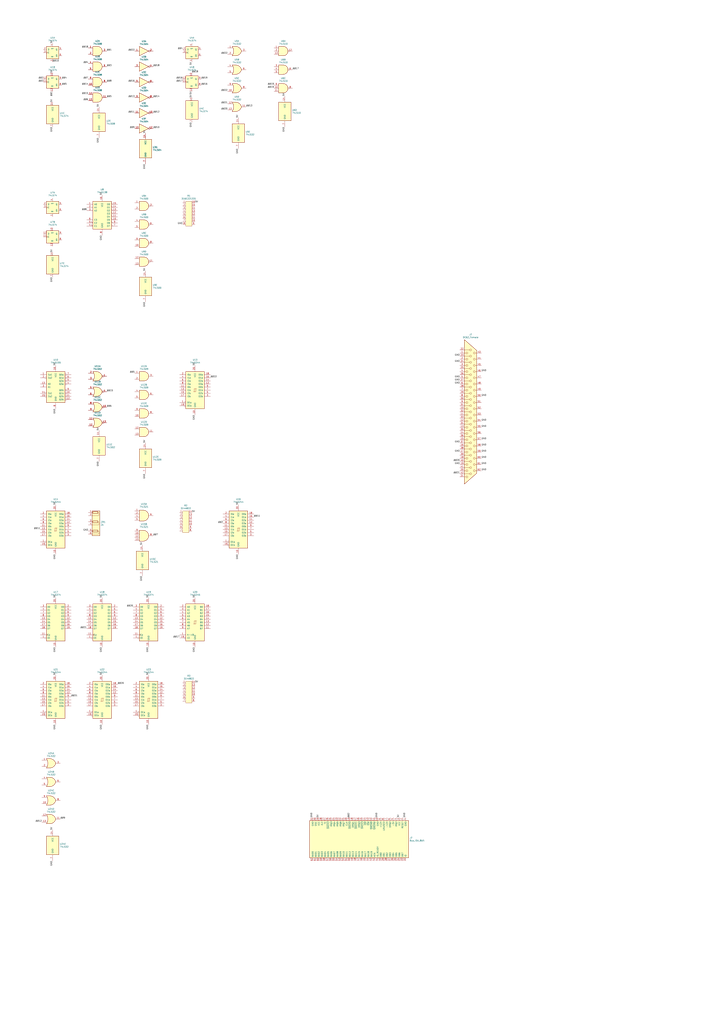
<source format=kicad_sch>
(kicad_sch (version 20230121) (generator eeschema)
  (paper "User" 594.004 840.003)
  (label "GND" (at 394.97 345.44 0))
  (label "##14" (at 125.73 80.01 0))
  (label "##11" (at 33.02 434.34 180))
  (label "##3" (at 35.56 67.31 180))
  (label "##1" (at 43.18 74.93 270))
  (label "5V" (at 83.82 553.72 90))
  (label "5V" (at 327.66 670.56 90))
  (label "5V" (at 160.02 166.37 0))
  (label "##17" (at 240.03 57.15 0))
  (label "5V" (at 43.18 35.56 90))
  (label "GND" (at 377.19 309.88 180))
  (label "##19" (at 165.1 64.77 0))
  (label "##10" (at 43.18 50.8 0))
  (label "##16" (at 149.86 64.77 180))
  (label "##22" (at 172.72 309.88 0))
  (label "GND" (at 377.19 370.84 180))
  (label "GND" (at 45.72 530.86 270))
  (label "##21" (at 71.12 515.62 180))
  (label "5V" (at 121.92 553.72 90))
  (label "5V" (at 157.48 74.93 270))
  (label "GND" (at 119.38 247.65 270))
  (label "##22" (at 110.49 41.91 180))
  (label "##20" (at 96.52 561.34 0))
  (label "##7" (at 72.39 64.77 180))
  (label "5V" (at 116.84 447.04 90))
  (label "GND" (at 119.38 134.62 270))
  (label "GND" (at 377.19 363.22 180))
  (label "GND" (at 121.92 530.86 270))
  (label "5V" (at 157.48 50.8 270))
  (label "GND" (at 160.02 340.36 270))
  (label "GND" (at 160.02 530.86 270))
  (label "5V" (at 160.02 299.72 90))
  (label "GND" (at 83.82 530.86 270))
  (label "##16" (at 165.1 69.85 0))
  (label "GND" (at 45.72 454.66 270))
  (label "GND" (at 149.86 184.15 180))
  (label "GND" (at 377.19 297.18 180))
  (label "5V" (at 261.62 670.56 90))
  (label "GND" (at 43.18 706.12 270))
  (label "GND" (at 394.97 304.8 0))
  (label "GND" (at 377.19 292.1 180))
  (label "GND" (at 72.39 435.61 180))
  (label "GND" (at 377.19 314.96 180))
  (label "GND" (at 45.72 594.36 270))
  (label "GND" (at 394.97 370.84 0))
  (label "GND" (at 394.97 360.68 0))
  (label "GND" (at 83.82 594.36 270))
  (label "GND" (at 195.58 454.66 270))
  (label "##17" (at 147.32 523.24 180))
  (label "5V" (at 81.28 353.06 90))
  (label "5V" (at 43.18 680.72 90))
  (label "5V" (at 43.18 59.69 90))
  (label "GND" (at 43.18 227.33 270))
  (label "##2" (at 287.02 670.56 90))
  (label "##20" (at 377.19 378.46 180))
  (label "5V" (at 160.02 560.07 0))
  (label "GND" (at 309.88 670.56 90))
  (label "##22" (at 186.69 44.45 180))
  (label "5V" (at 195.58 414.02 90))
  (label "GND" (at 394.97 350.52 0))
  (label "GND" (at 377.19 312.42 180))
  (label "##20" (at 109.22 497.84 180))
  (label "##13" (at 201.93 87.63 0))
  (label "GND" (at 81.28 378.46 270))
  (label "5V" (at 45.72 553.72 90))
  (label "##19" (at 224.79 72.39 180))
  (label "GND" (at 377.19 381 180))
  (label "##13" (at 110.49 80.01 180))
  (label "##15" (at 72.39 77.47 180))
  (label "##6" (at 72.39 82.55 180))
  (label "##18" (at 157.48 59.69 0))
  (label "##12" (at 34.29 674.37 180))
  (label "GND" (at 157.48 100.33 270))
  (label "GND" (at 116.84 472.44 270))
  (label "##3" (at 87.63 54.61 0))
  (label "5V" (at 45.72 299.72 90))
  (label "5V" (at 119.38 109.22 90))
  (label "5V" (at 160.02 490.22 90))
  (label "##21" (at 186.69 85.09 180))
  (label "##16" (at 110.49 67.31 180))
  (label "GND" (at 332.74 670.56 90))
  (label "GND" (at 233.68 104.14 270))
  (label "##9" (at 49.53 671.83 0))
  (label "5V" (at 45.72 490.22 90))
  (label "##18" (at 72.39 39.37 180))
  (label "5V" (at 45.72 414.02 90))
  (label "GND" (at 256.54 670.56 90))
  (label "##11" (at 110.49 92.71 180))
  (label "##6" (at 87.63 334.01 0))
  (label "##9" (at 110.49 105.41 180))
  (label "5V" (at 43.18 207.01 90))
  (label "5V" (at 83.82 490.22 90))
  (label "GND" (at 195.58 121.92 270))
  (label "GND" (at 43.18 104.14 270))
  (label "5V" (at 119.38 222.25 90))
  (label "5V" (at 81.28 87.63 90))
  (label "GND" (at 83.82 193.04 270))
  (label "GND" (at 119.38 388.62 270))
  (label "##5" (at 87.63 80.01 0))
  (label "##22" (at 186.69 74.93 180))
  (label "##5" (at 110.49 306.07 180))
  (label "5V" (at 157.48 420.37 0))
  (label "GND" (at 394.97 325.12 0))
  (label "GND" (at 121.92 594.36 270))
  (label "##4" (at 72.39 52.07 180))
  (label "5V" (at 121.92 490.22 90))
  (label "GND" (at 394.97 381 0))
  (label "GND" (at 394.97 386.08 0))
  (label "##4" (at 149.86 40.64 180))
  (label "##21" (at 58.42 571.5 0))
  (label "##20" (at 186.69 90.17 180))
  (label "##21" (at 377.19 388.62 180))
  (label "##19" (at 224.79 69.85 180))
  (label "##10" (at 125.73 105.41 0))
  (label "5V" (at 83.82 160.02 90))
  (label "GND" (at 81.28 113.03 270))
  (label "##17" (at 149.86 67.31 180))
  (label "GND" (at 394.97 365.76 0))
  (label "5V" (at 157.48 80.01 90))
  (label "##15" (at 87.63 321.31 0))
  (label "##5" (at 50.8 69.85 0))
  (label "##1" (at 87.63 41.91 0))
  (label "GND" (at 394.97 375.92 0))
  (label "##7" (at 125.73 439.42 0))
  (label "##4" (at 50.8 64.77 0))
  (label "5V" (at 43.18 83.82 90))
  (label "##8" (at 71.12 172.72 180))
  (label "##18" (at 125.73 54.61 0))
  (label "5V" (at 233.68 78.74 90))
  (label "##11" (at 208.28 424.18 0))
  (label "##2" (at 182.88 429.26 180))
  (label "##12" (at 125.73 92.71 0))
  (label "##8" (at 87.63 67.31 0))
  (label "5V" (at 119.38 363.22 90))
  (label "##14" (at 72.39 69.85 180))
  (label "##2" (at 35.56 64.77 180))
  (label "GND" (at 45.72 335.28 270))
  (label "5V" (at 195.58 96.52 90))
  (symbol (lib_id "74xx:74LS74") (at 43.18 43.18 0) (unit 1)
    (property "Reference" "U1" (at 43.18 30.9626 0))
    (property "Value" "74LS74" (at 43.18 33.274 0))
    (property "Datasheet" "74xx/74hc_hct74.pdf" (effects hide))
  )
  (symbol (lib_id "74xx:74LS74") (at 43.18 67.31 0) (unit 2)
    (property "Reference" "U1" (at 43.18 55.0926 0))
    (property "Value" "74LS74" (at 43.18 57.404 0))
    (property "Datasheet" "74xx/74hc_hct74.pdf" (effects hide))
  )
  (symbol (lib_id "74xx:74LS74") (at 43.18 93.98 0) (unit 3)
    (property "Reference" "U1" (at 49.022 92.8116 0) (effects (justify left)))
    (property "Value" "74LS74" (at 49.022 95.123 0) (effects (justify left)))
    (property "Datasheet" "74xx/74hc_hct74.pdf" (effects hide))
  )
  (symbol (lib_id "74xx:74LS74") (at 43.18 170.18 0) (unit 1)
    (property "Reference" "U7" (at 43.18 157.9626 0))
    (property "Value" "74LS74" (at 43.18 160.274 0))
    (property "Datasheet" "74xx/74hc_hct74.pdf" (effects hide))
  )
  (symbol (lib_id "74xx:74LS74") (at 43.18 194.31 0) (unit 2)
    (property "Reference" "U7" (at 43.18 182.0926 0))
    (property "Value" "74LS74" (at 43.18 184.404 0))
    (property "Datasheet" "74xx/74hc_hct74.pdf" (effects hide))
  )
  (symbol (lib_id "74xx:74LS74") (at 43.18 217.17 0) (unit 3)
    (property "Reference" "U7" (at 49.022 216.0016 0) (effects (justify left)))
    (property "Value" "74LS74" (at 49.022 218.313 0) (effects (justify left)))
    (property "Datasheet" "74xx/74hc_hct74.pdf" (effects hide))
  )
  (symbol (lib_id "74xx:74LS08") (at 80.01 41.91 0) (unit 1)
    (property "Reference" "U2" (at 80.01 33.655 0))
    (property "Value" "74LS08" (at 80.01 35.9664 0))
    (property "Datasheet" "http://www.ti.com/lit/gpn/sn74LS08" (effects hide))
  )
  (symbol (lib_id "74xx:74LS08") (at 80.01 54.61 0) (unit 2)
    (property "Reference" "U2" (at 80.01 46.355 0))
    (property "Value" "74LS08" (at 80.01 48.6664 0))
    (property "Datasheet" "http://www.ti.com/lit/gpn/sn74LS08" (effects hide))
  )
  (symbol (lib_id "74xx:74LS08") (at 80.01 67.31 0) (unit 3)
    (property "Reference" "U2" (at 80.01 59.055 0))
    (property "Value" "74LS08" (at 80.01 61.3664 0))
    (property "Datasheet" "http://www.ti.com/lit/gpn/sn74LS08" (effects hide))
  )
  (symbol (lib_id "74xx:74LS08") (at 80.01 80.01 0) (unit 4)
    (property "Reference" "U2" (at 80.01 71.755 0))
    (property "Value" "74LS08" (at 80.01 74.0664 0))
    (property "Datasheet" "http://www.ti.com/lit/gpn/sn74LS08" (effects hide))
  )
  (symbol (lib_id "74xx:74LS08") (at 81.28 100.33 0) (unit 5)
    (property "Reference" "U2" (at 87.122 99.1616 0) (effects (justify left)))
    (property "Value" "74LS08" (at 87.122 101.473 0) (effects (justify left)))
    (property "Datasheet" "http://www.ti.com/lit/gpn/sn74LS08" (effects hide))
  )
  (symbol (lib_id "74xx:74LS04") (at 118.11 41.91 0) (unit 1)
    (property "Reference" "U3" (at 118.11 33.8582 0))
    (property "Value" "74LS04" (at 118.11 36.1696 0))
    (property "Datasheet" "http://www.ti.com/lit/gpn/sn74LS04" (effects hide))
  )
  (symbol (lib_id "74xx:74LS04") (at 118.11 54.61 0) (unit 2)
    (property "Reference" "U3" (at 118.11 46.5582 0))
    (property "Value" "74LS04" (at 118.11 48.8696 0))
    (property "Datasheet" "http://www.ti.com/lit/gpn/sn74LS04" (effects hide))
  )
  (symbol (lib_id "custom:316E221331") (at 154.94 162.56 0) (unit 1)
    (property "Reference" "R1" (at 154.94 160.655 0))
    (property "Value" "316E221331" (at 154.94 162.9664 0))
  )
  (symbol (lib_id "74xx:74LS04") (at 118.11 67.31 0) (unit 3)
    (property "Reference" "U3" (at 118.11 59.2582 0))
    (property "Value" "74LS04" (at 118.11 61.5696 0))
    (property "Datasheet" "http://www.ti.com/lit/gpn/sn74LS04" (effects hide))
  )
  (symbol (lib_id "74xx:74LS04") (at 118.11 80.01 0) (unit 4)
    (property "Reference" "U3" (at 118.11 71.9582 0))
    (property "Value" "74LS04" (at 118.11 74.2696 0))
    (property "Datasheet" "http://www.ti.com/lit/gpn/sn74LS04" (effects hide))
  )
  (symbol (lib_id "74xx:74LS04") (at 118.11 92.71 0) (unit 5)
    (property "Reference" "U3" (at 118.11 84.6582 0))
    (property "Value" "74LS04" (at 118.11 86.9696 0))
    (property "Datasheet" "http://www.ti.com/lit/gpn/sn74LS04" (effects hide))
  )
  (symbol (lib_id "74xx:74LS155") (at 45.72 317.5 0) (unit 1)
    (property "Reference" "U10" (at 45.72 295.1226 0))
    (property "Value" "74LS155" (at 45.72 297.434 0))
    (property "Datasheet" "http://www.ti.com/lit/gpn/sn74LS155" (effects hide))
  )
  (symbol (lib_id "74xx:74LS04") (at 118.11 105.41 0) (unit 6)
    (property "Reference" "U3" (at 118.11 97.3582 0))
    (property "Value" "74LS04" (at 118.11 99.6696 0))
    (property "Datasheet" "http://www.ti.com/lit/gpn/sn74LS04" (effects hide))
  )
  (symbol (lib_id "74xx:74LS02") (at 80.01 308.61 0) (unit 1)
    (property "Reference" "U11" (at 80.01 300.355 0))
    (property "Value" "74LS02" (at 80.01 302.6664 0))
    (property "Datasheet" "http://www.ti.com/lit/gpn/sn74ls02" (effects hide))
  )
  (symbol (lib_id "74xx:74LS04") (at 119.38 121.92 0) (unit 7)
    (property "Reference" "U3" (at 125.222 120.7516 0) (effects (justify left)))
    (property "Value" "74LS04" (at 125.222 123.063 0) (effects (justify left)))
    (property "Datasheet" "http://www.ti.com/lit/gpn/sn74LS04" (effects hide))
  )
  (symbol (lib_id "74xx:74LS74") (at 157.48 43.18 0) (unit 1)
    (property "Reference" "U4" (at 157.48 30.9626 0))
    (property "Value" "74LS74" (at 157.48 33.274 0))
    (property "Datasheet" "74xx/74hc_hct74.pdf" (effects hide))
  )
  (symbol (lib_id "74xx:74LS74") (at 157.48 67.31 0) (unit 2)
    (property "Reference" "U4" (at 157.48 55.0926 0))
    (property "Value" "74LS74" (at 157.48 57.404 0))
    (property "Datasheet" "74xx/74hc_hct74.pdf" (effects hide))
  )
  (symbol (lib_id "74xx:74LS74") (at 157.48 90.17 0) (unit 3)
    (property "Reference" "U4" (at 163.322 89.0016 0) (effects (justify left)))
    (property "Value" "74LS74" (at 163.322 91.313 0) (effects (justify left)))
    (property "Datasheet" "74xx/74hc_hct74.pdf" (effects hide))
  )
  (symbol (lib_id "74xx:74LS02") (at 80.01 321.31 0) (unit 2)
    (property "Reference" "U11" (at 80.01 313.055 0))
    (property "Value" "74LS02" (at 80.01 315.3664 0))
    (property "Datasheet" "http://www.ti.com/lit/gpn/sn74ls02" (effects hide))
  )
  (symbol (lib_id "74xx:74LS32") (at 194.31 41.91 0) (unit 1)
    (property "Reference" "U5" (at 194.31 33.655 0))
    (property "Value" "74LS32" (at 194.31 35.9664 0))
    (property "Datasheet" "http://www.ti.com/lit/gpn/sn74LS32" (effects hide))
  )
  (symbol (lib_id "74xx:74LS02") (at 80.01 334.01 0) (unit 3)
    (property "Reference" "U11" (at 80.01 325.755 0))
    (property "Value" "74LS02" (at 80.01 328.0664 0))
    (property "Datasheet" "http://www.ti.com/lit/gpn/sn74ls02" (effects hide))
  )
  (symbol (lib_id "74xx:74LS32") (at 194.31 57.15 0) (unit 2)
    (property "Reference" "U5" (at 194.31 48.895 0))
    (property "Value" "74LS32" (at 194.31 51.2064 0))
    (property "Datasheet" "http://www.ti.com/lit/gpn/sn74LS32" (effects hide))
  )
  (symbol (lib_id "74xx:74LS02") (at 80.01 346.71 0) (unit 4)
    (property "Reference" "U11" (at 80.01 338.455 0))
    (property "Value" "74LS02" (at 80.01 340.7664 0))
    (property "Datasheet" "http://www.ti.com/lit/gpn/sn74ls02" (effects hide))
  )
  (symbol (lib_id "74xx:74LS32") (at 194.31 72.39 0) (unit 3)
    (property "Reference" "U5" (at 194.31 64.135 0))
    (property "Value" "74LS32" (at 194.31 66.4464 0))
    (property "Datasheet" "http://www.ti.com/lit/gpn/sn74LS32" (effects hide))
  )
  (symbol (lib_id "74xx:74LS02") (at 81.28 365.76 0) (unit 5)
    (property "Reference" "U11" (at 87.122 364.5916 0) (effects (justify left)))
    (property "Value" "74LS02" (at 87.122 366.903 0) (effects (justify left)))
    (property "Datasheet" "http://www.ti.com/lit/gpn/sn74ls02" (effects hide))
  )
  (symbol (lib_id "74xx:74LS09") (at 118.11 308.61 0) (unit 1)
    (property "Reference" "U12" (at 118.11 300.355 0))
    (property "Value" "74LS09" (at 118.11 302.6664 0))
    (property "Datasheet" "http://www.ti.com/lit/gpn/sn74LS09" (effects hide))
  )
  (symbol (lib_id "74xx:74LS32") (at 194.31 87.63 0) (unit 4)
    (property "Reference" "U5" (at 194.31 79.375 0))
    (property "Value" "74LS32" (at 194.31 81.6864 0))
    (property "Datasheet" "http://www.ti.com/lit/gpn/sn74LS32" (effects hide))
  )
  (symbol (lib_id "74xx:74LS09") (at 118.11 323.85 0) (unit 2)
    (property "Reference" "U12" (at 118.11 315.595 0))
    (property "Value" "74LS09" (at 118.11 317.9064 0))
    (property "Datasheet" "http://www.ti.com/lit/gpn/sn74LS09" (effects hide))
  )
  (symbol (lib_id "74xx:74LS09") (at 118.11 339.09 0) (unit 3)
    (property "Reference" "U12" (at 118.11 330.835 0))
    (property "Value" "74LS09" (at 118.11 333.1464 0))
    (property "Datasheet" "http://www.ti.com/lit/gpn/sn74LS09" (effects hide))
  )
  (symbol (lib_id "74xx:74LS32") (at 195.58 109.22 0) (unit 5)
    (property "Reference" "U5" (at 201.422 108.0516 0) (effects (justify left)))
    (property "Value" "74LS32" (at 201.422 110.363 0) (effects (justify left)))
    (property "Datasheet" "http://www.ti.com/lit/gpn/sn74LS32" (effects hide))
  )
  (symbol (lib_id "74xx:74LS10") (at 232.41 41.91 0) (unit 1)
    (property "Reference" "U6" (at 232.41 33.655 0))
    (property "Value" "74LS10" (at 232.41 35.9664 0))
    (property "Datasheet" "http://www.ti.com/lit/gpn/sn74LS10" (effects hide))
  )
  (symbol (lib_id "74xx:74LS09") (at 118.11 354.33 0) (unit 4)
    (property "Reference" "U12" (at 118.11 346.075 0))
    (property "Value" "74LS09" (at 118.11 348.3864 0))
    (property "Datasheet" "http://www.ti.com/lit/gpn/sn74LS09" (effects hide))
  )
  (symbol (lib_id "74xx:74LS10") (at 232.41 57.15 0) (unit 2)
    (property "Reference" "U6" (at 232.41 48.895 0))
    (property "Value" "74LS10" (at 232.41 51.2064 0))
    (property "Datasheet" "http://www.ti.com/lit/gpn/sn74LS10" (effects hide))
  )
  (symbol (lib_id "74xx:74LS10") (at 232.41 72.39 0) (unit 3)
    (property "Reference" "U6" (at 232.41 64.135 0))
    (property "Value" "74LS10" (at 232.41 66.4464 0))
    (property "Datasheet" "http://www.ti.com/lit/gpn/sn74LS10" (effects hide))
  )
  (symbol (lib_id "74xx:74LS09") (at 119.38 375.92 0) (unit 5)
    (property "Reference" "U12" (at 125.222 374.7516 0) (effects (justify left)))
    (property "Value" "74LS09" (at 125.222 377.063 0) (effects (justify left)))
    (property "Datasheet" "http://www.ti.com/lit/gpn/sn74LS09" (effects hide))
  )
  (symbol (lib_id "74xx:74LS10") (at 233.68 91.44 0) (unit 4)
    (property "Reference" "U6" (at 239.522 90.2716 0) (effects (justify left)))
    (property "Value" "74LS10" (at 239.522 92.583 0) (effects (justify left)))
    (property "Datasheet" "http://www.ti.com/lit/gpn/sn74LS10" (effects hide))
  )
  (symbol (lib_id "74xx:74LS244") (at 160.02 320.04 0) (unit 1)
    (property "Reference" "U13" (at 160.02 295.1226 0))
    (property "Value" "74LS244" (at 160.02 297.434 0))
    (property "Datasheet" "http://www.ti.com/lit/ds/symlink/sn74ls244.pdf" (effects hide))
  )
  (symbol (lib_id "74xx:74LS138") (at 83.82 175.26 0) (unit 1)
    (property "Reference" "U8" (at 83.82 155.4226 0))
    (property "Value" "74LS138" (at 83.82 157.734 0))
    (property "Datasheet" "http://www.ti.com/lit/gpn/sn74LS138" (effects hide))
  )
  (symbol (lib_id "74xx:74LS00") (at 118.11 168.91 0) (unit 1)
    (property "Reference" "U9" (at 118.11 160.655 0))
    (property "Value" "74LS00" (at 118.11 162.9664 0))
    (property "Datasheet" "http://www.ti.com/lit/gpn/sn74ls00" (effects hide))
  )
  (symbol (lib_id "74xx:74LS244") (at 45.72 434.34 0) (unit 1)
    (property "Reference" "U14" (at 45.72 409.4226 0))
    (property "Value" "74LS244" (at 45.72 411.734 0))
    (property "Datasheet" "http://www.ti.com/lit/ds/symlink/sn74ls244.pdf" (effects hide))
  )
  (symbol (lib_id "74xx:74LS21") (at 118.11 422.91 0) (unit 1)
    (property "Reference" "U15" (at 118.11 413.385 0))
    (property "Value" "74LS21" (at 118.11 415.6964 0))
    (property "Datasheet" "http://www.ti.com/lit/gpn/sn74LS21" (effects hide))
  )
  (symbol (lib_id "74xx:74LS21") (at 118.11 439.42 0) (unit 2)
    (property "Reference" "U15" (at 118.11 429.895 0))
    (property "Value" "74LS21" (at 118.11 432.2064 0))
    (property "Datasheet" "http://www.ti.com/lit/gpn/sn74LS21" (effects hide))
  )
  (symbol (lib_id "74xx:74LS00") (at 118.11 184.15 0) (unit 2)
    (property "Reference" "U9" (at 118.11 175.895 0))
    (property "Value" "74LS00" (at 118.11 178.2064 0))
    (property "Datasheet" "http://www.ti.com/lit/gpn/sn74ls00" (effects hide))
  )
  (symbol (lib_id "74xx:74LS21") (at 116.84 459.74 0) (unit 3)
    (property "Reference" "U15" (at 122.682 458.5716 0) (effects (justify left)))
    (property "Value" "74LS21" (at 122.682 460.883 0) (effects (justify left)))
    (property "Datasheet" "http://www.ti.com/lit/gpn/sn74LS21" (effects hide))
  )
  (symbol (lib_id "74xx:74LS00") (at 118.11 199.39 0) (unit 3)
    (property "Reference" "U9" (at 118.11 191.135 0))
    (property "Value" "74LS00" (at 118.11 193.4464 0))
    (property "Datasheet" "http://www.ti.com/lit/gpn/sn74ls00" (effects hide))
  )
  (symbol (lib_id "74xx:74LS00") (at 118.11 214.63 0) (unit 4)
    (property "Reference" "U9" (at 118.11 206.375 0))
    (property "Value" "74LS00" (at 118.11 208.6864 0))
    (property "Datasheet" "http://www.ti.com/lit/gpn/sn74ls00" (effects hide))
  )
  (symbol (lib_id "74xx:74LS244") (at 195.58 434.34 0) (unit 1)
    (property "Reference" "U16" (at 195.58 409.4226 0))
    (property "Value" "74LS244" (at 195.58 411.734 0))
    (property "Datasheet" "http://www.ti.com/lit/ds/symlink/sn74ls244.pdf" (effects hide))
  )
  (symbol (lib_id "74xx:74LS00") (at 119.38 234.95 0) (unit 5)
    (property "Reference" "U9" (at 125.222 233.7816 0) (effects (justify left)))
    (property "Value" "74LS00" (at 125.222 236.093 0) (effects (justify left)))
    (property "Datasheet" "http://www.ti.com/lit/gpn/sn74ls00" (effects hide))
  )
  (symbol (lib_id "74xx:74LS374") (at 45.72 510.54 0) (unit 1)
    (property "Reference" "U17" (at 45.72 485.6226 0))
    (property "Value" "74LS374" (at 45.72 487.934 0))
    (property "Datasheet" "http://www.ti.com/lit/gpn/sn74LS374" (effects hide))
  )
  (symbol (lib_id "74xx:74LS374") (at 83.82 510.54 0) (unit 1)
    (property "Reference" "U18" (at 83.82 485.6226 0))
    (property "Value" "74LS374" (at 83.82 487.934 0))
    (property "Datasheet" "http://www.ti.com/lit/gpn/sn74LS374" (effects hide))
  )
  (symbol (lib_id "74xx:74LS374") (at 121.92 510.54 0) (unit 1)
    (property "Reference" "U19" (at 121.92 485.6226 0))
    (property "Value" "74LS374" (at 121.92 487.934 0))
    (property "Datasheet" "http://www.ti.com/lit/gpn/sn74LS374" (effects hide))
  )
  (symbol (lib_id "74xx:74LS245") (at 160.02 510.54 0) (unit 1)
    (property "Reference" "U20" (at 160.02 485.6226 0))
    (property "Value" "74LS245" (at 160.02 487.934 0))
    (property "Datasheet" "http://www.ti.com/lit/gpn/sn74LS245" (effects hide))
  )
  (symbol (lib_id "74xx:74LS244") (at 45.72 574.04 0) (unit 1)
    (property "Reference" "U21" (at 45.72 549.1226 0))
    (property "Value" "74LS244" (at 45.72 551.434 0))
    (property "Datasheet" "http://www.ti.com/lit/ds/symlink/sn74ls244.pdf" (effects hide))
  )
  (symbol (lib_id "74xx:74LS244") (at 83.82 574.04 0) (unit 1)
    (property "Reference" "U22" (at 83.82 549.1226 0))
    (property "Value" "74LS244" (at 83.82 551.434 0))
    (property "Datasheet" "http://www.ti.com/lit/ds/symlink/sn74ls244.pdf" (effects hide))
  )
  (symbol (lib_id "74xx:74LS244") (at 121.92 574.04 0) (unit 1)
    (property "Reference" "U23" (at 121.92 549.1226 0))
    (property "Value" "74LS244" (at 121.92 551.434 0))
    (property "Datasheet" "http://www.ti.com/lit/ds/symlink/sn74ls244.pdf" (effects hide))
  )
  (symbol (lib_id "74xx:74LS32") (at 41.91 626.11 0) (unit 1)
    (property "Reference" "U24" (at 41.91 617.855 0))
    (property "Value" "74LS32" (at 41.91 620.1664 0))
    (property "Datasheet" "http://www.ti.com/lit/gpn/sn74LS32" (effects hide))
  )
  (symbol (lib_id "74xx:74LS32") (at 41.91 641.35 0) (unit 2)
    (property "Reference" "U24" (at 41.91 633.095 0))
    (property "Value" "74LS32" (at 41.91 635.4064 0))
    (property "Datasheet" "http://www.ti.com/lit/gpn/sn74LS32" (effects hide))
  )
  (symbol (lib_id "74xx:74LS32") (at 41.91 656.59 0) (unit 3)
    (property "Reference" "U24" (at 41.91 648.335 0))
    (property "Value" "74LS32" (at 41.91 650.6464 0))
    (property "Datasheet" "http://www.ti.com/lit/gpn/sn74LS32" (effects hide))
  )
  (symbol (lib_id "74xx:74LS32") (at 41.91 671.83 0) (unit 4)
    (property "Reference" "U24" (at 41.91 663.575 0))
    (property "Value" "74LS32" (at 41.91 665.8864 0))
    (property "Datasheet" "http://www.ti.com/lit/gpn/sn74LS32" (effects hide))
  )
  (symbol (lib_id "74xx:74LS32") (at 43.18 693.42 0) (unit 5)
    (property "Reference" "U24" (at 49.022 692.2516 0) (effects (justify left)))
    (property "Value" "74LS32" (at 49.022 694.563 0) (effects (justify left)))
    (property "Datasheet" "http://www.ti.com/lit/gpn/sn74LS32" (effects hide))
  )
  (symbol (lib_id "Connector:Bus_ISA_8bit") (at 294.64 688.34 270) (unit 1)
    (property "Reference" "J?" (at 336.042 687.1716 90) (effects (justify left)))
    (property "Value" "Bus_ISA_8bit" (at 336.042 689.483 90) (effects (justify left)))
    (property "Datasheet" "https://en.wikipedia.org/wiki/Industry_Standard_Architecture" (effects hide))
  )
  (symbol (lib_id "custom:314A822") (at 152.4 416.56 0) (unit 1)
    (property "Reference" "R2" (at 152.4 414.655 0))
    (property "Value" "314A822" (at 152.4 416.9664 0))
  )
  (symbol (lib_id "custom:314A822") (at 154.94 556.26 0) (unit 1)
    (property "Reference" "R3" (at 154.94 554.355 0))
    (property "Value" "314A822" (at 154.94 556.6664 0))
  )
  (symbol (lib_id "custom:DC62_Female") (at 384.81 335.28 0) (unit 1)
    (property "Reference" "J?" (at 386.08 274.3962 0))
    (property "Value" "DC62_Female" (at 386.08 276.7076 0))
    (property "Datasheet" " ~" (effects hide))
  )
  (symbol (lib_id "Device:R_Pack03_SIP") (at 77.47 427.99 270) (unit 1)
    (property "Reference" "ZR1" (at 82.677 428.1932 90) (effects (justify left)))
    (property "Value" "2k" (at 82.677 430.5046 90) (effects (justify left)))
    (property "Footprint" "Resistor_THT:R_Array_SIP6" (effects hide))
    (property "Datasheet" "http://www.vishay.com/docs/31509/csc.pdf" (effects hide))
  )
)
</source>
